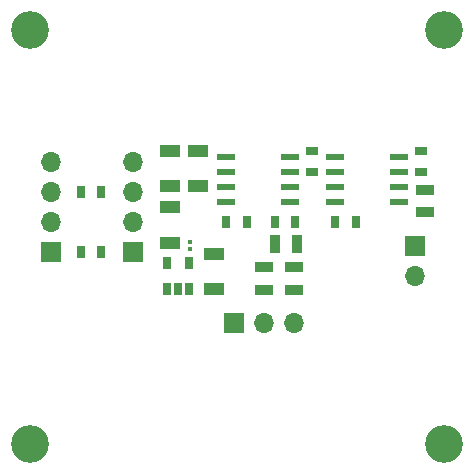
<source format=gbr>
G04 #@! TF.FileFunction,Soldermask,Top*
%FSLAX46Y46*%
G04 Gerber Fmt 4.6, Leading zero omitted, Abs format (unit mm)*
G04 Created by KiCad (PCBNEW 4.0.7-e2-6376~60~ubuntu17.10.1) date Wed Nov 22 12:07:43 2017*
%MOMM*%
%LPD*%
G01*
G04 APERTURE LIST*
%ADD10C,0.100000*%
%ADD11C,3.200000*%
%ADD12R,1.800000X1.070000*%
%ADD13R,0.400000X0.350000*%
%ADD14R,0.670000X1.000000*%
%ADD15R,1.000000X0.670000*%
%ADD16R,1.700000X1.700000*%
%ADD17O,1.700000X1.700000*%
%ADD18R,1.500000X0.970000*%
%ADD19R,0.970000X1.500000*%
%ADD20R,1.550000X0.600000*%
%ADD21R,0.650000X1.060000*%
G04 APERTURE END LIST*
D10*
D11*
X96000000Y-95000000D03*
D12*
X110200000Y-108200000D03*
X110200000Y-105190000D03*
X111600000Y-116900000D03*
X111600000Y-113890000D03*
D13*
X109500000Y-113475000D03*
X109500000Y-112925000D03*
D12*
X107800000Y-113000000D03*
X107800000Y-109990000D03*
D14*
X100285464Y-113800000D03*
X102035464Y-113800000D03*
X100285464Y-108704414D03*
X102035464Y-108704414D03*
X118450000Y-111200000D03*
X116700000Y-111200000D03*
D15*
X129100000Y-105250000D03*
X129100000Y-107000000D03*
D14*
X123550000Y-111200000D03*
X121800000Y-111200000D03*
D15*
X119900000Y-105200000D03*
X119900000Y-106950000D03*
D14*
X114350000Y-111200000D03*
X112600000Y-111200000D03*
D11*
X96000000Y-130000000D03*
X131000000Y-130000000D03*
X131000000Y-95000000D03*
D16*
X128600000Y-113260000D03*
D17*
X128600000Y-115800000D03*
D16*
X104700000Y-113780000D03*
D17*
X104700000Y-111240000D03*
X104700000Y-108700000D03*
X104700000Y-106160000D03*
D16*
X113215163Y-119768751D03*
D17*
X115755163Y-119768751D03*
X118295163Y-119768751D03*
D16*
X97785464Y-113784414D03*
D17*
X97785464Y-111244414D03*
X97785464Y-108704414D03*
X97785464Y-106164414D03*
D12*
X107800000Y-105190000D03*
X107800000Y-108200000D03*
D18*
X129400000Y-108500000D03*
X129400000Y-110410000D03*
X118315163Y-116968751D03*
X118315163Y-115058751D03*
X115815163Y-116968751D03*
X115815163Y-115058751D03*
D19*
X116690000Y-113100000D03*
X118600000Y-113100000D03*
D20*
X112600000Y-105695000D03*
X112600000Y-106965000D03*
X112600000Y-108235000D03*
X112600000Y-109505000D03*
X118000000Y-109505000D03*
X118000000Y-108235000D03*
X118000000Y-106965000D03*
X118000000Y-105695000D03*
X121800000Y-105695000D03*
X121800000Y-106965000D03*
X121800000Y-108235000D03*
X121800000Y-109505000D03*
X127200000Y-109505000D03*
X127200000Y-108235000D03*
X127200000Y-106965000D03*
X127200000Y-105695000D03*
D21*
X107550000Y-116900000D03*
X108500000Y-116900000D03*
X109450000Y-116900000D03*
X109450000Y-114700000D03*
X107550000Y-114700000D03*
M02*

</source>
